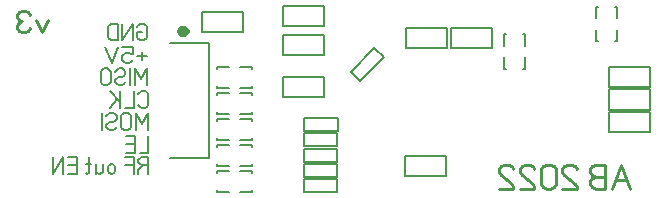
<source format=gbr>
%FSLAX34Y34*%
%MOMM*%
%LNSILK_BOTTOM*%
G71*
G01*
%ADD10C,0.150*%
%ADD11C,0.400*%
%ADD12C,0.178*%
%ADD13C,0.222*%
%ADD14C,0.256*%
%LPD*%
G54D10*
X295030Y-178522D02*
X295030Y-167547D01*
X266730Y-167547D01*
X266730Y-178522D01*
X295030Y-178522D01*
G54D10*
X266830Y-115646D02*
X266830Y-126622D01*
X295130Y-126622D01*
X295130Y-115646D01*
X266830Y-115646D01*
G54D10*
X266630Y-141646D02*
X266630Y-152622D01*
X294930Y-152622D01*
X294930Y-141646D01*
X266630Y-141646D01*
G54D10*
X266630Y-154646D02*
X266630Y-165622D01*
X294930Y-165622D01*
X294930Y-154646D01*
X266630Y-154646D01*
G54D10*
X266630Y-128646D02*
X266630Y-139622D01*
X294930Y-139622D01*
X294930Y-128646D01*
X266630Y-128646D01*
G54D10*
X425944Y-39519D02*
X425944Y-56582D01*
G54D10*
X391262Y-39519D02*
X391262Y-56582D01*
G54D10*
X425944Y-39519D02*
X391262Y-39519D01*
G54D10*
X425944Y-56582D02*
X391262Y-56582D01*
G54D10*
X513735Y-40922D02*
X513735Y-50922D01*
X515485Y-50922D01*
G54D10*
X532135Y-40922D02*
X532135Y-50922D01*
X530385Y-50922D01*
G54D10*
X532135Y-31422D02*
X532135Y-21422D01*
X530385Y-21422D01*
G54D10*
X513735Y-31422D02*
X513735Y-21422D01*
X515485Y-21422D01*
G54D10*
X212513Y-112710D02*
X222513Y-112710D01*
X222513Y-110960D01*
G54D10*
X212513Y-94310D02*
X222513Y-94310D01*
X222513Y-96060D01*
G54D10*
X203013Y-94310D02*
X193013Y-94310D01*
X193013Y-96060D01*
G54D10*
X203013Y-112710D02*
X193013Y-112710D01*
X193013Y-110960D01*
G54D10*
X212513Y-134710D02*
X222513Y-134710D01*
X222513Y-132960D01*
G54D10*
X212513Y-116310D02*
X222513Y-116310D01*
X222513Y-118060D01*
G54D10*
X203013Y-116310D02*
X193013Y-116310D01*
X193013Y-118060D01*
G54D10*
X203013Y-134710D02*
X193013Y-134710D01*
X193013Y-132960D01*
G54D10*
X212513Y-156710D02*
X222513Y-156710D01*
X222513Y-154960D01*
G54D10*
X212513Y-138310D02*
X222513Y-138310D01*
X222513Y-140060D01*
G54D10*
X203013Y-138310D02*
X193013Y-138310D01*
X193013Y-140060D01*
G54D10*
X203013Y-156710D02*
X193013Y-156710D01*
X193013Y-154960D01*
G54D10*
X212513Y-178710D02*
X222513Y-178710D01*
X222513Y-176960D01*
G54D10*
X212513Y-160310D02*
X222513Y-160310D01*
X222513Y-162060D01*
G54D10*
X203013Y-160310D02*
X193013Y-160310D01*
X193013Y-162060D01*
G54D10*
X203013Y-178710D02*
X193013Y-178710D01*
X193013Y-176960D01*
G54D10*
X212513Y-90710D02*
X222513Y-90710D01*
X222513Y-88960D01*
G54D10*
X212513Y-72310D02*
X222513Y-72310D01*
X222513Y-74060D01*
G54D10*
X203013Y-72310D02*
X193013Y-72310D01*
X193013Y-74060D01*
G54D10*
X203013Y-90710D02*
X193013Y-90710D01*
X193013Y-88960D01*
G54D10*
X152968Y-52192D02*
X185968Y-52192D01*
X185968Y-149192D01*
X152968Y-149192D01*
G54D11*
G75*
G01X167289Y-42454D02*
G03X167289Y-42454I-3000J0D01*
G01*
G36*
G75*
G01X167289Y-42454D02*
G03X167289Y-42454I-3000J0D01*
G01*
G37*
X167289Y-42454D01*
G54D10*
X435817Y-64433D02*
X435817Y-74433D01*
X437567Y-74433D01*
G54D10*
X454217Y-64432D02*
X454217Y-74433D01*
X452467Y-74433D01*
G54D10*
X454217Y-54933D02*
X454217Y-44933D01*
X452467Y-44933D01*
G54D10*
X435817Y-54933D02*
X435817Y-44932D01*
X437567Y-44932D01*
G54D10*
X351962Y-164582D02*
X351962Y-147519D01*
G54D10*
X386644Y-164582D02*
X386644Y-147519D01*
G54D10*
X351962Y-164582D02*
X386644Y-164582D01*
G54D10*
X351962Y-147519D02*
X386644Y-147519D01*
G54D10*
X283640Y-80631D02*
X283640Y-97694D01*
G54D10*
X248959Y-80631D02*
X248959Y-97694D01*
G54D10*
X283640Y-80631D02*
X248959Y-80631D01*
G54D10*
X283640Y-97694D02*
X248959Y-97694D01*
G54D10*
X283640Y-45631D02*
X283640Y-62694D01*
G54D10*
X248959Y-45631D02*
X248959Y-62694D01*
G54D10*
X283640Y-45631D02*
X248959Y-45631D01*
G54D10*
X283640Y-62694D02*
X248959Y-62694D01*
G54D10*
X387640Y-39431D02*
X387640Y-56494D01*
G54D10*
X352959Y-39431D02*
X352959Y-56494D01*
G54D10*
X387640Y-39431D02*
X352959Y-39431D01*
G54D10*
X387640Y-56494D02*
X352959Y-56494D01*
G54D10*
X248765Y-37794D02*
X248765Y-20731D01*
G54D10*
X283446Y-37794D02*
X283446Y-20731D01*
G54D10*
X248765Y-37794D02*
X283446Y-37794D01*
G54D10*
X248765Y-20731D02*
X283446Y-20731D01*
G54D12*
X129733Y-42889D02*
X125467Y-42889D01*
X125467Y-47333D01*
X126533Y-49111D01*
X128667Y-50000D01*
X130800Y-50000D01*
X132933Y-49111D01*
X134000Y-47333D01*
X134000Y-38444D01*
X132933Y-36667D01*
X130800Y-35778D01*
X128667Y-35778D01*
X126533Y-36667D01*
X125467Y-38444D01*
G54D12*
X121556Y-50000D02*
X121556Y-35778D01*
X113023Y-50000D01*
X113023Y-35778D01*
G54D12*
X109112Y-50000D02*
X109112Y-35778D01*
X103779Y-35778D01*
X101645Y-36667D01*
X100579Y-38444D01*
X100579Y-47333D01*
X101645Y-49111D01*
X103779Y-50000D01*
X109112Y-50000D01*
G54D12*
X134000Y-63278D02*
X125467Y-63278D01*
G54D12*
X129733Y-59722D02*
X129733Y-66833D01*
G54D12*
X113023Y-55278D02*
X121556Y-55278D01*
X121556Y-61500D01*
X120489Y-61500D01*
X118356Y-60611D01*
X116223Y-60611D01*
X114089Y-61500D01*
X113023Y-63278D01*
X113023Y-66833D01*
X114089Y-68611D01*
X116223Y-69500D01*
X118356Y-69500D01*
X120489Y-68611D01*
X121556Y-66833D01*
G54D12*
X109112Y-55278D02*
X103779Y-69500D01*
X98445Y-55278D01*
G54D12*
X134000Y-88000D02*
X134000Y-73778D01*
X128667Y-82667D01*
X123333Y-73778D01*
X123333Y-88000D01*
G54D12*
X119422Y-88000D02*
X119422Y-73778D01*
G54D12*
X115511Y-85333D02*
X114444Y-87111D01*
X112311Y-88000D01*
X110178Y-88000D01*
X108044Y-87111D01*
X106978Y-85333D01*
X106978Y-83556D01*
X108044Y-81778D01*
X110178Y-80889D01*
X112311Y-80889D01*
X114444Y-80000D01*
X115511Y-78222D01*
X115511Y-76444D01*
X114444Y-74667D01*
X112311Y-73778D01*
X110178Y-73778D01*
X108044Y-74667D01*
X106978Y-76444D01*
G54D12*
X94534Y-76444D02*
X94534Y-85333D01*
X95600Y-87111D01*
X97734Y-88000D01*
X99867Y-88000D01*
X102000Y-87111D01*
X103067Y-85333D01*
X103067Y-76444D01*
X102000Y-74667D01*
X99867Y-73778D01*
X97734Y-73778D01*
X95600Y-74667D01*
X94534Y-76444D01*
G54D12*
X126467Y-104333D02*
X127533Y-106111D01*
X129667Y-107000D01*
X131800Y-107000D01*
X133933Y-106111D01*
X135000Y-104333D01*
X135000Y-95444D01*
X133933Y-93667D01*
X131800Y-92778D01*
X129667Y-92778D01*
X127533Y-93667D01*
X126467Y-95444D01*
G54D12*
X122556Y-92778D02*
X122556Y-107000D01*
X115089Y-107000D01*
G54D12*
X111178Y-107000D02*
X111178Y-92778D01*
G54D12*
X111178Y-102556D02*
X102645Y-92778D01*
G54D12*
X107978Y-99889D02*
X102645Y-107000D01*
G54D12*
X135000Y-126000D02*
X135000Y-111778D01*
X129667Y-120667D01*
X124333Y-111778D01*
X124333Y-126000D01*
G54D12*
X111889Y-114444D02*
X111889Y-123333D01*
X112955Y-125111D01*
X115089Y-126000D01*
X117222Y-126000D01*
X119355Y-125111D01*
X120422Y-123333D01*
X120422Y-114444D01*
X119355Y-112667D01*
X117222Y-111778D01*
X115089Y-111778D01*
X112955Y-112667D01*
X111889Y-114444D01*
G54D12*
X107978Y-123333D02*
X106911Y-125111D01*
X104778Y-126000D01*
X102645Y-126000D01*
X100511Y-125111D01*
X99445Y-123333D01*
X99445Y-121556D01*
X100511Y-119778D01*
X102645Y-118889D01*
X104778Y-118889D01*
X106911Y-118000D01*
X107978Y-116222D01*
X107978Y-114444D01*
X106911Y-112667D01*
X104778Y-111778D01*
X102645Y-111778D01*
X100511Y-112667D01*
X99445Y-114444D01*
G54D12*
X95534Y-126000D02*
X95534Y-111778D01*
G54D12*
X135000Y-130778D02*
X135000Y-145000D01*
X127533Y-145000D01*
G54D12*
X116155Y-145000D02*
X123622Y-145000D01*
X123622Y-130778D01*
X116155Y-130778D01*
G54D12*
X123622Y-137889D02*
X116155Y-137889D01*
G54D12*
X130733Y-155889D02*
X127533Y-157667D01*
X126467Y-159444D01*
X126467Y-163000D01*
G54D12*
X135000Y-163000D02*
X135000Y-148778D01*
X129667Y-148778D01*
X127533Y-149667D01*
X126467Y-151444D01*
X126467Y-153222D01*
X127533Y-155000D01*
X129667Y-155889D01*
X135000Y-155889D01*
G54D12*
X122556Y-163000D02*
X122556Y-148778D01*
X115089Y-148778D01*
G54D12*
X122556Y-155889D02*
X115089Y-155889D01*
G54D12*
X100654Y-160867D02*
X100654Y-157311D01*
X101721Y-155533D01*
X103854Y-155000D01*
X105987Y-155533D01*
X107054Y-157311D01*
X107054Y-160867D01*
X105987Y-162644D01*
X103854Y-163000D01*
X101721Y-162644D01*
X100654Y-160867D01*
G54D12*
X90343Y-155000D02*
X90343Y-163000D01*
G54D12*
X90343Y-161222D02*
X91410Y-162644D01*
X93543Y-163000D01*
X95676Y-162644D01*
X96743Y-161222D01*
X96743Y-155000D01*
G54D12*
X84299Y-148778D02*
X84299Y-162111D01*
X83232Y-163000D01*
X82165Y-162644D01*
G54D12*
X86432Y-155000D02*
X82165Y-155000D01*
G54D12*
X66663Y-163000D02*
X74130Y-163000D01*
X74130Y-148778D01*
X66663Y-148778D01*
G54D12*
X74130Y-155889D02*
X66663Y-155889D01*
G54D12*
X62752Y-163000D02*
X62752Y-148778D01*
X54219Y-163000D01*
X54219Y-148778D01*
G54D13*
X50122Y-32851D02*
X44789Y-42851D01*
X39456Y-32851D01*
G54D13*
X34566Y-28406D02*
X33233Y-26184D01*
X30566Y-25073D01*
X27900Y-25073D01*
X25233Y-26184D01*
X23900Y-28406D01*
X23900Y-30628D01*
X25233Y-32851D01*
X27900Y-33962D01*
X25233Y-35073D01*
X23900Y-37295D01*
X23900Y-39517D01*
X25233Y-41740D01*
X27900Y-42851D01*
X30566Y-42851D01*
X33233Y-41740D01*
X34566Y-39517D01*
G54D14*
X542410Y-175682D02*
X534743Y-155237D01*
X527077Y-175682D01*
G54D14*
X539343Y-168015D02*
X530143Y-168015D01*
G54D14*
X521455Y-175682D02*
X521455Y-155237D01*
X513788Y-155237D01*
X510722Y-156515D01*
X509188Y-159070D01*
X509188Y-161626D01*
X510722Y-164182D01*
X513788Y-165459D01*
X510722Y-166737D01*
X509188Y-169293D01*
X509188Y-171848D01*
X510722Y-174404D01*
X513788Y-175682D01*
X521455Y-175682D01*
G54D14*
X521455Y-165459D02*
X513788Y-165459D01*
G54D14*
X485370Y-175682D02*
X497637Y-175682D01*
X497637Y-174404D01*
X496104Y-171848D01*
X486904Y-164182D01*
X485370Y-161626D01*
X485370Y-159070D01*
X486904Y-156515D01*
X489970Y-155237D01*
X493037Y-155237D01*
X496104Y-156515D01*
X497637Y-159070D01*
G54D14*
X467481Y-159070D02*
X467481Y-171848D01*
X469015Y-174404D01*
X472081Y-175682D01*
X475148Y-175682D01*
X478215Y-174404D01*
X479748Y-171848D01*
X479748Y-159070D01*
X478215Y-156515D01*
X475148Y-155237D01*
X472081Y-155237D01*
X469015Y-156515D01*
X467481Y-159070D01*
G54D14*
X449592Y-175682D02*
X461859Y-175682D01*
X461859Y-174404D01*
X460326Y-171848D01*
X451126Y-164182D01*
X449592Y-161626D01*
X449592Y-159070D01*
X451126Y-156515D01*
X454192Y-155237D01*
X457259Y-155237D01*
X460326Y-156515D01*
X461859Y-159070D01*
G54D14*
X431703Y-175682D02*
X443970Y-175682D01*
X443970Y-174404D01*
X442437Y-171848D01*
X433237Y-164182D01*
X431703Y-161626D01*
X431703Y-159070D01*
X433237Y-156515D01*
X436303Y-155237D01*
X439370Y-155237D01*
X442437Y-156515D01*
X443970Y-159070D01*
G54D10*
X334066Y-64409D02*
X326305Y-56648D01*
X306294Y-76660D01*
X314054Y-84420D01*
X334066Y-64409D01*
G54D10*
X559944Y-91519D02*
X559944Y-108582D01*
G54D10*
X525262Y-91519D02*
X525262Y-108582D01*
G54D10*
X559944Y-91519D02*
X525262Y-91519D01*
G54D10*
X559944Y-108582D02*
X525262Y-108582D01*
G54D10*
X559944Y-110519D02*
X559944Y-127582D01*
G54D10*
X525262Y-110519D02*
X525262Y-127582D01*
G54D10*
X559944Y-110519D02*
X525262Y-110519D01*
G54D10*
X559944Y-127582D02*
X525262Y-127582D01*
G54D10*
X525069Y-89682D02*
X525069Y-72619D01*
G54D10*
X559750Y-89682D02*
X559750Y-72619D01*
G54D10*
X525069Y-89682D02*
X559750Y-89682D01*
G54D10*
X525069Y-72619D02*
X559750Y-72619D01*
G54D10*
X214750Y-25619D02*
X214750Y-42682D01*
G54D10*
X180069Y-25619D02*
X180069Y-42682D01*
G54D10*
X214750Y-25619D02*
X180069Y-25619D01*
G54D10*
X214750Y-42682D02*
X180069Y-42682D01*
M02*

</source>
